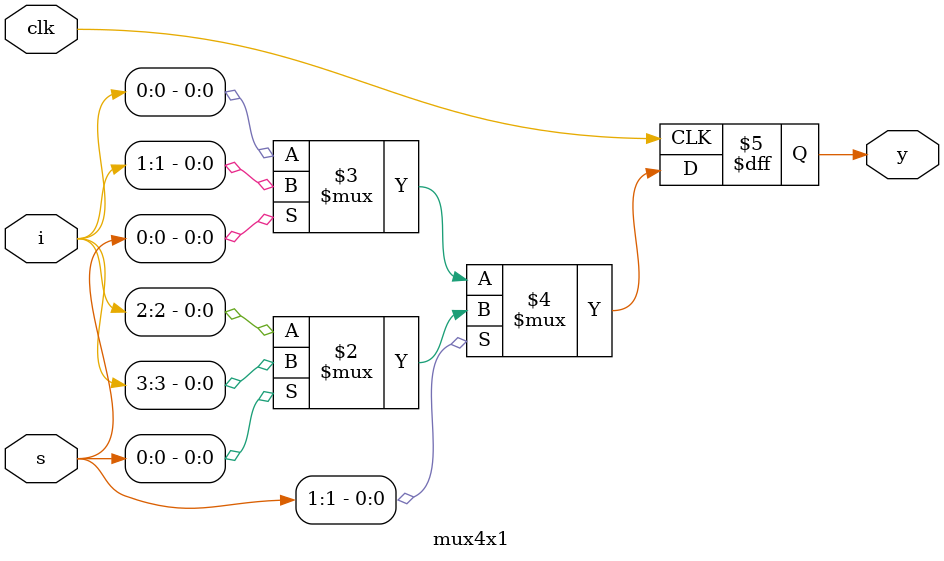
<source format=v>
module mux4x1(clk,i,s,y);
input [3:0]i;
input [1:0]s;
input clk;
output reg y;
always @(posedge clk) begin
 y=s[1]?{s[0]?i[3]:i[2]}:{s[0]?i[1]:i[0]};
end
endmodule

</source>
